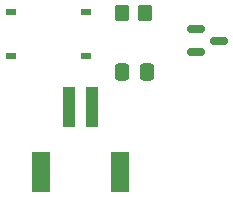
<source format=gbr>
G04 #@! TF.GenerationSoftware,KiCad,Pcbnew,8.0.0*
G04 #@! TF.CreationDate,2024-03-03T20:56:18-06:00*
G04 #@! TF.ProjectId,Haptic Feeback board,48617074-6963-4204-9665-656261636b20,rev?*
G04 #@! TF.SameCoordinates,Original*
G04 #@! TF.FileFunction,Paste,Top*
G04 #@! TF.FilePolarity,Positive*
%FSLAX46Y46*%
G04 Gerber Fmt 4.6, Leading zero omitted, Abs format (unit mm)*
G04 Created by KiCad (PCBNEW 8.0.0) date 2024-03-03 20:56:18*
%MOMM*%
%LPD*%
G01*
G04 APERTURE LIST*
G04 Aperture macros list*
%AMRoundRect*
0 Rectangle with rounded corners*
0 $1 Rounding radius*
0 $2 $3 $4 $5 $6 $7 $8 $9 X,Y pos of 4 corners*
0 Add a 4 corners polygon primitive as box body*
4,1,4,$2,$3,$4,$5,$6,$7,$8,$9,$2,$3,0*
0 Add four circle primitives for the rounded corners*
1,1,$1+$1,$2,$3*
1,1,$1+$1,$4,$5*
1,1,$1+$1,$6,$7*
1,1,$1+$1,$8,$9*
0 Add four rect primitives between the rounded corners*
20,1,$1+$1,$2,$3,$4,$5,0*
20,1,$1+$1,$4,$5,$6,$7,0*
20,1,$1+$1,$6,$7,$8,$9,0*
20,1,$1+$1,$8,$9,$2,$3,0*%
G04 Aperture macros list end*
%ADD10R,0.950500X0.558800*%
%ADD11RoundRect,0.250000X-0.337500X-0.475000X0.337500X-0.475000X0.337500X0.475000X-0.337500X0.475000X0*%
%ADD12R,1.000000X3.500000*%
%ADD13R,1.500000X3.400000*%
%ADD14RoundRect,0.150000X-0.587500X-0.150000X0.587500X-0.150000X0.587500X0.150000X-0.587500X0.150000X0*%
%ADD15RoundRect,0.250000X-0.350000X-0.450000X0.350000X-0.450000X0.350000X0.450000X-0.350000X0.450000X0*%
G04 APERTURE END LIST*
D10*
G04 #@! TO.C,SW1*
X127878302Y-92667602D03*
X127878302Y-96367600D03*
X134239000Y-96367600D03*
X134239000Y-92667602D03*
G04 #@! TD*
D11*
G04 #@! TO.C,C1*
X137290900Y-97713800D03*
X139365900Y-97713800D03*
G04 #@! TD*
D12*
G04 #@! TO.C,J1*
X132747000Y-100685600D03*
X134747000Y-100685600D03*
D13*
X130397000Y-106235600D03*
X137097000Y-106235600D03*
G04 #@! TD*
D14*
G04 #@! TO.C,Q1*
X143565400Y-94147600D03*
X143565400Y-96047600D03*
X145440400Y-95097600D03*
G04 #@! TD*
D15*
G04 #@! TO.C,R1*
X137242800Y-92735400D03*
X139242800Y-92735400D03*
G04 #@! TD*
M02*

</source>
